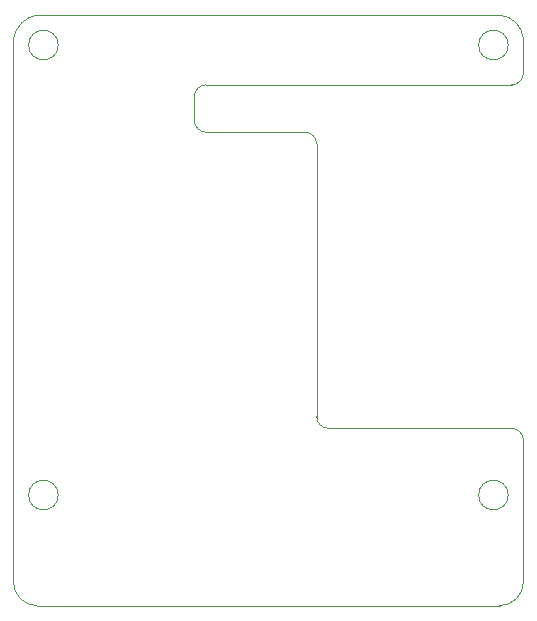
<source format=gm1>
G04 #@! TF.GenerationSoftware,KiCad,Pcbnew,7.0.5-0*
G04 #@! TF.CreationDate,2024-12-03T11:17:58-08:00*
G04 #@! TF.ProjectId,MilkVHat,4d696c6b-5648-4617-942e-6b696361645f,rev?*
G04 #@! TF.SameCoordinates,PX5f5e100PY5f5e100*
G04 #@! TF.FileFunction,Profile,NP*
%FSLAX46Y46*%
G04 Gerber Fmt 4.6, Leading zero omitted, Abs format (unit mm)*
G04 Created by KiCad (PCBNEW 7.0.5-0) date 2024-12-03 11:17:58*
%MOMM*%
%LPD*%
G01*
G04 APERTURE LIST*
G04 #@! TA.AperFunction,Profile*
%ADD10C,0.100000*%
G04 #@! TD*
G04 APERTURE END LIST*
D10*
X3890000Y47510001D02*
G75*
G03*
X3890000Y47510001I-1250000J0D01*
G01*
X42280000Y44138500D02*
G75*
G03*
X43280000Y45138501I0J1000000D01*
G01*
X25780000Y16060011D02*
X25780000Y39138501D01*
X100000Y48050000D02*
X100000Y2050001D01*
X15414286Y43138501D02*
X15414286Y41138501D01*
X43280000Y2050001D02*
X43280000Y14060011D01*
X2100001Y50049999D02*
G75*
G03*
X100001Y48050000I414999J-2414999D01*
G01*
X41280000Y50000D02*
G75*
G03*
X43280000Y2050001I0J2000000D01*
G01*
X43280000Y48050000D02*
G75*
G03*
X41279999Y50050000I-2183300J-183300D01*
G01*
X3890000Y9410001D02*
G75*
G03*
X3890000Y9410001I-1250000J0D01*
G01*
X25780001Y39138501D02*
G75*
G03*
X24780000Y40138501I-1000001J-1D01*
G01*
X16414286Y44138501D02*
X42280000Y44138501D01*
X2100000Y50001D02*
X41280000Y50001D01*
X15414301Y41138501D02*
G75*
G03*
X16414286Y40138501I999999J-1D01*
G01*
X41990000Y47510001D02*
G75*
G03*
X41990000Y47510001I-1250000J0D01*
G01*
X42280000Y15060011D02*
X26780000Y15060011D01*
X100001Y2050001D02*
G75*
G03*
X2100000Y50001I1999999J-1D01*
G01*
X16414286Y40138501D02*
X24780000Y40138501D01*
X25780011Y16060011D02*
G75*
G03*
X26780000Y15060011I999989J-11D01*
G01*
X43280000Y45138501D02*
X43280000Y48050000D01*
X43280011Y14060011D02*
G75*
G03*
X42280000Y15060011I-1000011J-11D01*
G01*
X16414286Y44138514D02*
G75*
G03*
X15414286Y43138501I14J-1000014D01*
G01*
X41990000Y9410001D02*
G75*
G03*
X41990000Y9410001I-1250000J0D01*
G01*
X2100001Y50050001D02*
X41279999Y50050001D01*
M02*

</source>
